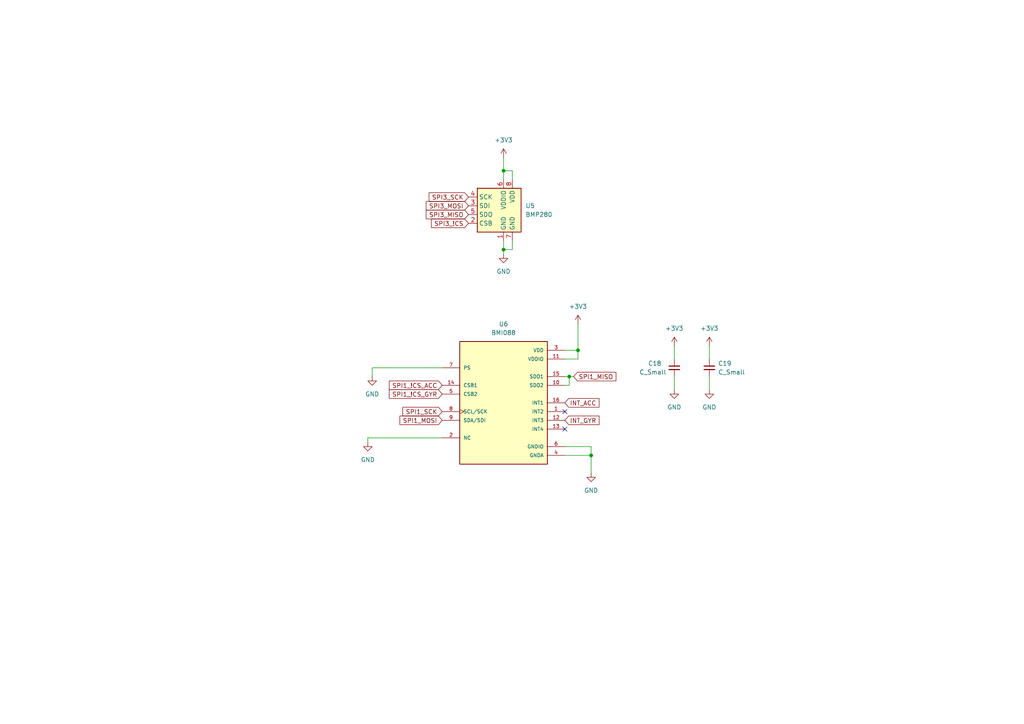
<source format=kicad_sch>
(kicad_sch (version 20211123) (generator eeschema)
  (paper "A4")
  (lib_symbols
    (symbol "BMI088:BMI088" (pin_names (offset 1.016))
      (property "Reference" "U" (at -12.7 18.415 0))
      (property "Value" "BMI088" (at -12.7 -20.32 0))
      (symbol "BMI088_0_0"
        (rectangle (start -12.7 -17.78) (end 12.7 17.78) (stroke (width 0.254)) (fill (type background)))
        (pin bidirectional line (at 17.78 -2.54 180) (length 5.08) (name "INT2") (number "1"))
        (pin output line (at 17.78 5.08 180) (length 5.08) (name "SDO2") (number "10"))
        (pin power_in line (at 17.78 12.7 180) (length 5.08) (name "VDDIO") (number "11"))
        (pin bidirectional line (at 17.78 -5.08 180) (length 5.08) (name "INT3") (number "12"))
        (pin bidirectional line (at 17.78 -7.62 180) (length 5.08) (name "INT4") (number "13"))
        (pin input line (at -17.78 5.08 0) (length 5.08) (name "CSB1") (number "14"))
        (pin output line (at 17.78 7.62 180) (length 5.08) (name "SDO1") (number "15"))
        (pin bidirectional line (at 17.78 0 180) (length 5.08) (name "INT1") (number "16"))
        (pin passive line (at -17.78 -10.16 0) (length 5.08) (name "NC") (number "2"))
        (pin power_in line (at 17.78 15.24 180) (length 5.08) (name "VDD") (number "3"))
        (pin power_in line (at 17.78 -15.24 180) (length 5.08) (name "GNDA") (number "4"))
        (pin input line (at -17.78 2.54 0) (length 5.08) (name "CSB2") (number "5"))
        (pin power_in line (at 17.78 -12.7 180) (length 5.08) (name "GNDIO") (number "6"))
        (pin input line (at -17.78 10.16 0) (length 5.08) (name "PS") (number "7"))
        (pin input clock (at -17.78 -2.54 0) (length 5.08) (name "SCL/SCK") (number "8"))
        (pin bidirectional line (at -17.78 -5.08 0) (length 5.08) (name "SDA/SDI") (number "9"))
      )
    )
    (symbol "Device:C_Small" (pin_numbers hide) (pin_names (offset 0.254) hide)
      (property "Reference" "C" (at 0.254 1.778 0))
      (property "Value" "C_Small" (at 0.254 -2.032 0))
      (symbol "C_Small_0_1"
        (polyline (pts (xy -1.524 -0.508) (xy 1.524 -0.508)) (stroke (width 0.3302)))
        (polyline (pts (xy -1.524 0.508) (xy 1.524 0.508)) (stroke (width 0.3048)))
      )
      (symbol "C_Small_1_1"
        (pin passive line (at 0 2.54 270) (length 2.032) (name "~") (number "1"))
        (pin passive line (at 0 -2.54 90) (length 2.032) (name "~") (number "2"))
      )
    )
    (symbol "Sensor_Pressure:BMP280"
      (property "Reference" "U" (at -7.62 10.16 0))
      (property "Value" "BMP280" (at 5.08 10.16 0))
      (symbol "BMP280_0_1"
        (rectangle (start -7.62 -5.08) (end 5.08 7.62) (stroke (width 0.254)) (fill (type background)))
      )
      (symbol "BMP280_1_1"
        (pin power_in line (at 0 -7.62 90) (length 2.54) (name "GND") (number "1"))
        (pin input line (at -10.16 -2.54 0) (length 2.54) (name "CSB") (number "2"))
        (pin bidirectional line (at -10.16 2.54 0) (length 2.54) (name "SDI") (number "3"))
        (pin input line (at -10.16 5.08 0) (length 2.54) (name "SCK") (number "4"))
        (pin bidirectional line (at -10.16 0 0) (length 2.54) (name "SDO") (number "5"))
        (pin power_in line (at 0 10.16 270) (length 2.54) (name "VDDIO") (number "6"))
        (pin power_in line (at 2.54 -7.62 90) (length 2.54) (name "GND") (number "7"))
        (pin power_in line (at 2.54 10.16 270) (length 2.54) (name "VDD") (number "8"))
      )
    )
    (symbol "power:+3V3" (power) (pin_names (offset 0))
      (property "Value" "+3V3" (at 0 3.556 0))
      (symbol "+3V3_0_1"
        (polyline (pts (xy -0.762 1.27) (xy 0 2.54)))
        (polyline (pts (xy 0 0) (xy 0 2.54)))
        (polyline (pts (xy 0 2.54) (xy 0.762 1.27)))
      )
      (symbol "+3V3_1_1"
        (pin power_in line (at 0 0 90) (length 0) hide (name "+3V3") (number "1"))
      )
    )
    (symbol "power:GND" (power) (pin_names (offset 0))
      (property "Value" "GND" (at 0 -3.81 0))
      (symbol "GND_0_1"
        (polyline (pts (xy 0 0) (xy 0 -1.27) (xy 1.27 -1.27) (xy 0 -2.54) (xy -1.27 -1.27) (xy 0 -1.27)))
      )
      (symbol "GND_1_1"
        (pin power_in line (at 0 0 270) (length 0) hide (name "GND") (number "1"))
      )
    )
  )
  (junction (at 171.45 132.08))
  (junction (at 146.05 49.53))
  (junction (at 165.1 109.22))
  (junction (at 146.05 72.39))
  (junction (at 167.64 101.6))
  (no_connect (at 163.83 119.38))
  (no_connect (at 163.83 124.46))
  (wire (pts (xy 165.1 109.22) (xy 166.37 109.22)))
  (wire (pts (xy 165.1 111.76) (xy 165.1 109.22)))
  (wire (pts (xy 163.83 132.08) (xy 171.45 132.08)))
  (wire (pts (xy 148.59 69.85) (xy 148.59 72.39)))
  (wire (pts (xy 163.83 111.76) (xy 165.1 111.76)))
  (wire (pts (xy 148.59 52.07) (xy 148.59 49.53)))
  (wire (pts (xy 163.83 129.54) (xy 171.45 129.54)))
  (wire (pts (xy 128.27 127) (xy 106.68 127)))
  (wire (pts (xy 195.58 109.22) (xy 195.58 113.03)))
  (wire (pts (xy 171.45 129.54) (xy 171.45 132.08)))
  (wire (pts (xy 171.45 132.08) (xy 171.45 137.16)))
  (wire (pts (xy 163.83 101.6) (xy 167.64 101.6)))
  (wire (pts (xy 167.64 104.14) (xy 167.64 101.6)))
  (wire (pts (xy 146.05 69.85) (xy 146.05 72.39)))
  (wire (pts (xy 107.95 106.68) (xy 107.95 109.22)))
  (wire (pts (xy 163.83 104.14) (xy 167.64 104.14)))
  (wire (pts (xy 195.58 100.33) (xy 195.58 104.14)))
  (wire (pts (xy 146.05 72.39) (xy 146.05 73.66)))
  (wire (pts (xy 148.59 49.53) (xy 146.05 49.53)))
  (wire (pts (xy 128.27 106.68) (xy 107.95 106.68)))
  (wire (pts (xy 205.74 109.22) (xy 205.74 113.03)))
  (wire (pts (xy 106.68 127) (xy 106.68 128.27)))
  (wire (pts (xy 148.59 72.39) (xy 146.05 72.39)))
  (wire (pts (xy 146.05 49.53) (xy 146.05 52.07)))
  (wire (pts (xy 205.74 100.33) (xy 205.74 104.14)))
  (wire (pts (xy 163.83 109.22) (xy 165.1 109.22)))
  (wire (pts (xy 167.64 93.98) (xy 167.64 101.6)))
  (wire (pts (xy 146.05 45.72) (xy 146.05 49.53)))
  (global_label "SPI1_MISO" (shape input) (at 166.37 109.22 0) (property "Intersheet References" "${INTERSHEET_REFS}" (effects hide)))
  (global_label "SPI1_!CS_GYR" (shape input) (at 128.27 114.3 180) (property "Intersheet References" "${INTERSHEET_REFS}" (effects hide)))
  (global_label "SPI3_SCK" (shape input) (at 135.89 57.15 180) (property "Intersheet References" "${INTERSHEET_REFS}" (effects hide)))
  (global_label "SPI1_!CS_ACC" (shape input) (at 128.27 111.76 180) (property "Intersheet References" "${INTERSHEET_REFS}" (effects hide)))
  (global_label "SPI1_MOSI" (shape input) (at 128.27 121.92 180) (property "Intersheet References" "${INTERSHEET_REFS}" (effects hide)))
  (global_label "SPI3_MOSI" (shape input) (at 135.89 59.69 180) (property "Intersheet References" "${INTERSHEET_REFS}" (effects hide)))
  (global_label "SPI3_!CS" (shape input) (at 135.89 64.77 180) (property "Intersheet References" "${INTERSHEET_REFS}" (effects hide)))
  (global_label "SPI3_MISO" (shape input) (at 135.89 62.23 180) (property "Intersheet References" "${INTERSHEET_REFS}" (effects hide)))
  (global_label "SPI1_SCK" (shape input) (at 128.27 119.38 180) (property "Intersheet References" "${INTERSHEET_REFS}" (effects hide)))
  (global_label "INT_ACC" (shape input) (at 163.83 116.84 0) (property "Intersheet References" "${INTERSHEET_REFS}" (effects hide)))
  (global_label "INT_GYR" (shape input) (at 163.83 121.92 0) (property "Intersheet References" "${INTERSHEET_REFS}" (effects hide)))
  (symbol (lib_id "power:GND") (at 171.45 137.16 0) (unit 1)
    (property "Reference" "#PWR056" (effects hide))
    (property "Value" "GND" (at 171.45 142.24 0))
  )
  (symbol (lib_id "power:GND") (at 106.68 128.27 0) (unit 1)
    (property "Reference" "#PWR051" (effects hide))
    (property "Value" "GND" (at 106.68 133.35 0))
  )
  (symbol (lib_id "power:GND") (at 146.05 73.66 0) (unit 1)
    (property "Reference" "#PWR054" (effects hide))
    (property "Value" "GND" (at 146.05 78.74 0))
  )
  (symbol (lib_id "power:+3V3") (at 167.64 93.98 0) (unit 1)
    (property "Reference" "#PWR055" (effects hide))
    (property "Value" "+3V3" (at 167.64 88.9 0))
  )
  (symbol (lib_id "BMI088:BMI088") (at 146.05 116.84 0) (unit 1)
    (property "Reference" "U6" (at 146.05 93.98 0))
    (property "Value" "BMI088" (at 146.05 96.52 0))
    (property "Footprint" "PQFN50P450X300X100-16N" (effects hide))
    (property "DESCRIPTION" "Accelerometer, Gyroscope, 6 Axis Sensor I²C, SPI Output" (effects hide))
    (property "PRICE" "None" (effects hide))
    (property "MP" "BMI088" (effects hide))
    (property "AVAILABILITY" "In Stock" (effects hide))
    (property "PURCHASE-URL" "https://pricing.snapeda.com/search/part/BMI088/?ref=eda" (effects hide))
    (property "MF" "Bosch Sensortec" (effects hide))
    (property "PACKAGE" "VFLGA-16 Bosch Sensortec" (effects hide))
  )
  (symbol (lib_id "power:+3V3") (at 195.58 100.33 0) (unit 1)
    (property "Reference" "#PWR057" (effects hide))
    (property "Value" "+3V3" (at 195.58 95.25 0))
  )
  (symbol (lib_id "power:GND") (at 205.74 113.03 0) (unit 1)
    (property "Reference" "#PWR060" (effects hide))
    (property "Value" "GND" (at 205.74 118.11 0))
  )
  (symbol (lib_id "power:+3V3") (at 205.74 100.33 0) (unit 1)
    (property "Reference" "#PWR059" (effects hide))
    (property "Value" "+3V3" (at 205.74 95.25 0))
  )
  (symbol (lib_id "power:GND") (at 195.58 113.03 0) (unit 1)
    (property "Reference" "#PWR058" (effects hide))
    (property "Value" "GND" (at 195.58 118.11 0))
  )
  (symbol (lib_id "Sensor_Pressure:BMP280") (at 146.05 62.23 0) (unit 1)
    (property "Reference" "U5" (at 152.4 59.6899 0) (effects (justify left)))
    (property "Value" "BMP280" (at 152.4 62.2299 0) (effects (justify left)))
    (property "Footprint" "Package_LGA:Bosch_LGA-8_2x2.5mm_P0.65mm_ClockwisePinNumbering" (effects hide))
    (property "Datasheet" "https://ae-bst.resource.bosch.com/media/_tech/media/datasheets/BST-BMP280-DS001.pdf" (effects hide))
  )
  (symbol (lib_id "Device:C_Small") (at 195.58 106.68 0) (unit 1)
    (property "Reference" "C18" (at 187.96 105.41 0) (effects (justify left)))
    (property "Value" "C_Small" (at 185.42 107.95 0) (effects (justify left)))
  )
  (symbol (lib_id "power:+3V3") (at 146.05 45.72 0) (unit 1)
    (property "Reference" "#PWR053" (effects hide))
    (property "Value" "+3V3" (at 146.05 40.64 0))
  )
  (symbol (lib_id "Device:C_Small") (at 205.74 106.68 0) (unit 1)
    (property "Reference" "C19" (at 208.28 105.4162 0) (effects (justify left)))
    (property "Value" "C_Small" (at 208.28 107.9562 0) (effects (justify left)))
  )
  (symbol (lib_id "power:GND") (at 107.95 109.22 0) (unit 1)
    (property "Reference" "#PWR052" (effects hide))
    (property "Value" "GND" (at 107.95 114.3 0))
  )
)
</source>
